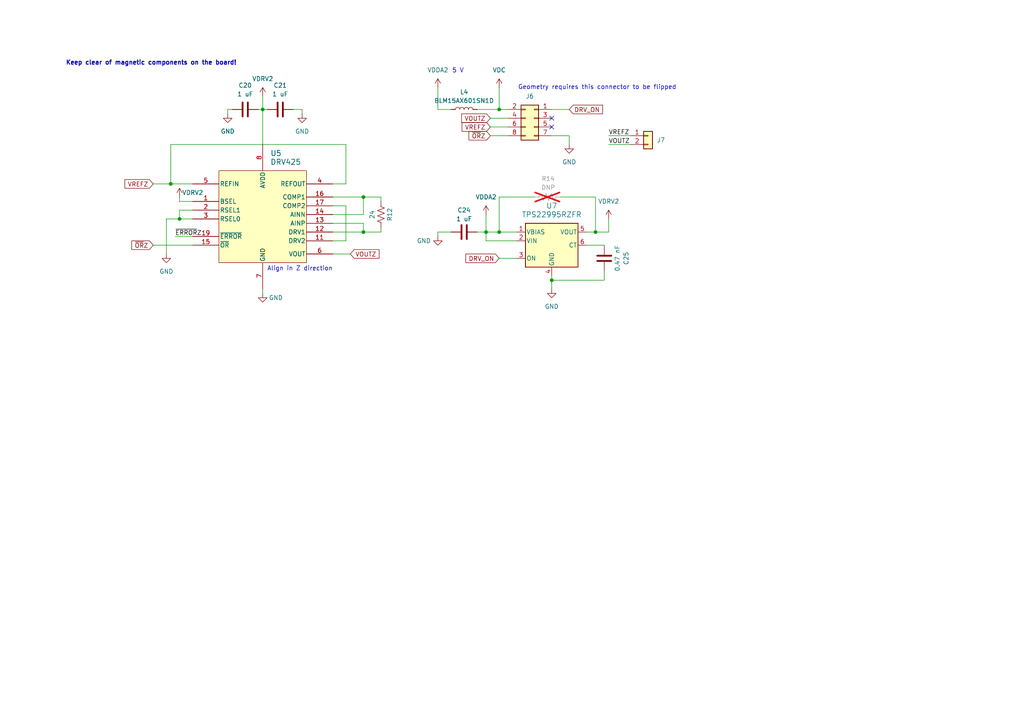
<source format=kicad_sch>
(kicad_sch (version 20231120) (generator "eeschema") (generator_version "8.0")
  (paper "A4")
  (lib_symbols
    (symbol "Connector_Generic:Conn_01x02" (pin_names (offset 1.016) hide)
      (property "Reference" "J" (at 0 2.54 0))
      (property "Value" "Conn_01x02" (at 0 -5.08 0))
      (symbol "Conn_01x02_1_1"
        (rectangle (start -1.27 -2.413) (end 0 -2.667) (stroke (width 0.1524)))
        (rectangle (start -1.27 0.127) (end 0 -0.127) (stroke (width 0.1524)))
        (rectangle (start -1.27 1.27) (end 1.27 -3.81) (stroke (width 0.254)) (fill (type background)))
        (pin passive line (at -5.08 0 0) (length 3.81) (name "Pin_1") (number "1"))
        (pin passive line (at -5.08 -2.54 0) (length 3.81) (name "Pin_2") (number "2"))
      )
    )
    (symbol "Connector_Generic:Conn_02x04_Odd_Even" (pin_names (offset 1.016) hide)
      (property "Reference" "J" (at 1.27 5.08 0))
      (property "Value" "Conn_02x04_Odd_Even" (at 1.27 -7.62 0))
      (symbol "Conn_02x04_Odd_Even_1_1"
        (rectangle (start -1.27 -4.953) (end 0 -5.207) (stroke (width 0.1524)))
        (rectangle (start -1.27 -2.413) (end 0 -2.667) (stroke (width 0.1524)))
        (rectangle (start -1.27 0.127) (end 0 -0.127) (stroke (width 0.1524)))
        (rectangle (start -1.27 2.667) (end 0 2.413) (stroke (width 0.1524)))
        (rectangle (start -1.27 3.81) (end 3.81 -6.35) (stroke (width 0.254)) (fill (type background)))
        (rectangle (start 3.81 -4.953) (end 2.54 -5.207) (stroke (width 0.1524)))
        (rectangle (start 3.81 -2.413) (end 2.54 -2.667) (stroke (width 0.1524)))
        (rectangle (start 3.81 0.127) (end 2.54 -0.127) (stroke (width 0.1524)))
        (rectangle (start 3.81 2.667) (end 2.54 2.413) (stroke (width 0.1524)))
        (pin passive line (at -5.08 2.54 0) (length 3.81) (name "Pin_1") (number "1"))
        (pin passive line (at 7.62 2.54 180) (length 3.81) (name "Pin_2") (number "2"))
        (pin passive line (at -5.08 0 0) (length 3.81) (name "Pin_3") (number "3"))
        (pin passive line (at 7.62 0 180) (length 3.81) (name "Pin_4") (number "4"))
        (pin passive line (at -5.08 -2.54 0) (length 3.81) (name "Pin_5") (number "5"))
        (pin passive line (at 7.62 -2.54 180) (length 3.81) (name "Pin_6") (number "6"))
        (pin passive line (at -5.08 -5.08 0) (length 3.81) (name "Pin_7") (number "7"))
        (pin passive line (at 7.62 -5.08 180) (length 3.81) (name "Pin_8") (number "8"))
      )
    )
    (symbol "Device:C" (pin_numbers hide) (pin_names (offset 0.254))
      (property "Reference" "C" (at 0.635 2.54 0))
      (property "Value" "C" (at 0.635 -2.54 0))
      (symbol "C_0_1"
        (polyline (pts (xy -2.032 -0.762) (xy 2.032 -0.762)) (stroke (width 0.508)))
        (polyline (pts (xy -2.032 0.762) (xy 2.032 0.762)) (stroke (width 0.508)))
      )
      (symbol "C_1_1"
        (pin passive line (at 0 3.81 270) (length 2.794) (name "~") (number "1"))
        (pin passive line (at 0 -3.81 90) (length 2.794) (name "~") (number "2"))
      )
    )
    (symbol "Device:L" (pin_numbers hide) (pin_names (offset 1.016) hide)
      (property "Reference" "L" (at -1.27 0 90))
      (property "Value" "L" (at 1.905 0 90))
      (symbol "L_0_1"
        (arc (start 0 -2.54) (mid 0.6323 -1.905) (end 0 -1.27))
        (arc (start 0 -1.27) (mid 0.6323 -0.635) (end 0 0))
        (arc (start 0 0) (mid 0.6323 0.635) (end 0 1.27))
        (arc (start 0 1.27) (mid 0.6323 1.905) (end 0 2.54))
      )
      (symbol "L_1_1"
        (pin passive line (at 0 3.81 270) (length 1.27) (name "1") (number "1"))
        (pin passive line (at 0 -3.81 90) (length 1.27) (name "2") (number "2"))
      )
    )
    (symbol "Device:R_US" (pin_numbers hide) (pin_names (offset 0))
      (property "Reference" "R" (at 2.54 0 90))
      (property "Value" "R_US" (at -2.54 0 90))
      (symbol "R_US_0_1"
        (polyline (pts (xy 0 -2.286) (xy 0 -2.54)))
        (polyline (pts (xy 0 2.286) (xy 0 2.54)))
        (polyline (pts (xy 0 -0.762) (xy 1.016 -1.143) (xy 0 -1.524) (xy -1.016 -1.905) (xy 0 -2.286)))
        (polyline (pts (xy 0 0.762) (xy 1.016 0.381) (xy 0 0) (xy -1.016 -0.381) (xy 0 -0.762)))
        (polyline (pts (xy 0 2.286) (xy 1.016 1.905) (xy 0 1.524) (xy -1.016 1.143) (xy 0 0.762)))
      )
      (symbol "R_US_1_1"
        (pin passive line (at 0 3.81 270) (length 1.27) (name "~") (number "1"))
        (pin passive line (at 0 -3.81 90) (length 1.27) (name "~") (number "2"))
      )
    )
    (symbol "flux_gate_symbols:DRV425" (pin_names (offset 0.254))
      (property "Reference" "U" (at 7.62 6.35 0))
      (property "Value" "DRV425" (at 21.59 -10.16 0))
      (symbol "DRV425_0_1"
        (pin input line (at 1.27 -5.08 0) (length 7.62) (name "BSEL") (number "1"))
        (pin output line (at 41.91 -16.51 180) (length 7.62) (name "DRV2") (number "11"))
        (pin output line (at 41.91 -13.97 180) (length 7.62) (name "DRV1") (number "12"))
        (pin input line (at 41.91 -11.43 180) (length 7.62) (name "AINP") (number "13"))
        (pin input line (at 41.91 -8.89 180) (length 7.62) (name "AINN") (number "14"))
        (pin input line (at 41.91 -3.81 180) (length 7.62) (name "COMP1") (number "16"))
        (pin input line (at 41.91 -6.35 180) (length 7.62) (name "COMP2") (number "17"))
        (pin input line (at 1.27 -7.62 0) (length 7.62) (name "RSEL1") (number "2"))
        (pin input line (at 1.27 -10.16 0) (length 7.62) (name "RSEL0") (number "3"))
        (pin output line (at 41.91 0 180) (length 7.62) (name "REFOUT") (number "4"))
        (pin input line (at 1.27 0 0) (length 7.62) (name "REFIN") (number "5"))
        (pin output line (at 41.91 -20.32 180) (length 7.62) (name "VOUT") (number "6"))
        (pin power_out line (at 21.59 -30.48 90) (length 7.62) (name "GND") (number "7"))
      )
      (symbol "DRV425_1_1"
        (rectangle (start 8.89 3.81) (end 34.29 -22.86) (fill (type background)))
        (pin power_out line (at 21.59 -30.48 90) (length 7.62) hide (name "GND") (number "10"))
        (pin output line (at 1.27 -17.78 0) (length 7.62) (name "~{OR}") (number "15"))
        (pin power_out line (at 21.59 -30.48 90) (length 7.62) hide (name "GND") (number "18"))
        (pin output line (at 1.27 -15.24 0) (length 7.62) (name "~{ERROR}") (number "19"))
        (pin power_out line (at 21.59 -30.48 90) (length 7.62) hide (name "GND") (number "20"))
        (pin power_out line (at 21.59 -30.48 90) (length 7.62) hide (name "GND") (number "21"))
        (pin power_in line (at 21.59 11.43 270) (length 7.62) (name "AVDD") (number "8"))
        (pin power_in line (at 21.59 11.43 270) (length 7.62) hide (name "AVDD") (number "9"))
      )
    )
    (symbol "flux_gate_symbols:TPS22995RZFR" (pin_names (offset 0.254))
      (property "Reference" "U" (at 0 11.176 0))
      (property "Value" "TPS22995RZFR" (at 0 8.636 0))
      (symbol "TPS22995RZFR_0_1"
        (rectangle (start -7.62 6.35) (end 7.62 -6.35) (stroke (width 0.254)) (fill (type background)))
      )
      (symbol "TPS22995RZFR_1_1"
        (pin power_in line (at -10.16 3.81 0) (length 2.54) (name "VBIAS") (number "1"))
        (pin power_in line (at -10.16 1.27 0) (length 2.54) (name "VIN") (number "2"))
        (pin input line (at -10.16 -3.81 0) (length 2.54) (name "ON") (number "3"))
        (pin power_in line (at 0 -8.89 90) (length 2.54) (name "GND") (number "4"))
        (pin power_out line (at 10.16 3.81 180) (length 2.54) (name "VOUT") (number "5"))
        (pin input line (at 10.16 0 180) (length 2.54) (name "CT") (number "6"))
      )
    )
    (symbol "power:GND" (power) (pin_names (offset 0))
      (property "Value" "GND" (at 0 -3.81 0))
      (symbol "GND_0_1"
        (polyline (pts (xy 0 0) (xy 0 -1.27) (xy 1.27 -1.27) (xy 0 -2.54) (xy -1.27 -1.27) (xy 0 -1.27)))
      )
      (symbol "GND_1_1"
        (pin power_in line (at 0 0 270) (length 0) hide (name "GND") (number "1"))
      )
    )
    (symbol "power:VDC" (power) (pin_numbers hide) (pin_names (offset 0) hide)
      (property "Value" "VDC" (at 0 3.556 0))
      (symbol "VDC_0_1"
        (polyline (pts (xy -0.762 1.27) (xy 0 2.54)))
        (polyline (pts (xy 0 0) (xy 0 2.54)))
        (polyline (pts (xy 0 2.54) (xy 0.762 1.27)))
      )
      (symbol "VDC_1_1"
        (pin power_in line (at 0 0 90) (length 0) (name "~") (number "1"))
      )
    )
    (symbol "power:VDDA" (power) (pin_names (offset 0))
      (property "Value" "VDDA" (at 0 3.81 0))
      (symbol "VDDA_0_1"
        (polyline (pts (xy -0.762 1.27) (xy 0 2.54)))
        (polyline (pts (xy 0 0) (xy 0 2.54)))
        (polyline (pts (xy 0 2.54) (xy 0.762 1.27)))
      )
      (symbol "VDDA_1_1"
        (pin power_in line (at 0 0 90) (length 0) hide (name "VDDA") (number "1"))
      )
    )
  )
  (junction (at 105.41 57.15))
  (junction (at 76.2 31.75))
  (junction (at 144.78 67.31))
  (junction (at 172.72 67.31))
  (junction (at 160.02 81.28))
  (junction (at 105.41 67.31))
  (junction (at 144.78 31.75))
  (junction (at 52.07 63.5))
  (junction (at 140.97 67.31))
  (junction (at 49.53 53.34))
  (no_connect (at 160.02 36.83))
  (no_connect (at 160.02 34.29))
  (wire (pts (xy 44.45 53.34) (xy 49.53 53.34)))
  (wire (pts (xy 142.24 39.37) (xy 147.32 39.37)))
  (wire (pts (xy 96.52 57.15) (xy 105.41 57.15)))
  (wire (pts (xy 175.26 78.74) (xy 175.26 81.28)))
  (wire (pts (xy 175.26 81.28) (xy 160.02 81.28)))
  (wire (pts (xy 138.43 67.31) (xy 140.97 67.31)))
  (wire (pts (xy 130.81 31.75) (xy 127 31.75)))
  (wire (pts (xy 105.41 62.23) (xy 105.41 57.15)))
  (wire (pts (xy 76.2 27.94) (xy 76.2 31.75)))
  (wire (pts (xy 160.02 39.37) (xy 165.1 39.37)))
  (wire (pts (xy 176.53 67.31) (xy 172.72 67.31)))
  (wire (pts (xy 170.18 71.12) (xy 175.26 71.12)))
  (wire (pts (xy 144.78 57.15) (xy 144.78 67.31)))
  (wire (pts (xy 49.53 53.34) (xy 55.88 53.34)))
  (wire (pts (xy 160.02 83.82) (xy 160.02 81.28)))
  (wire (pts (xy 44.45 71.12) (xy 55.88 71.12)))
  (wire (pts (xy 76.2 85.09) (xy 76.2 83.82)))
  (wire (pts (xy 105.41 64.77) (xy 105.41 67.31)))
  (wire (pts (xy 176.53 39.37) (xy 182.88 39.37)))
  (wire (pts (xy 144.78 67.31) (xy 140.97 67.31)))
  (wire (pts (xy 100.33 59.69) (xy 96.52 59.69)))
  (wire (pts (xy 85.09 31.75) (xy 87.63 31.75)))
  (wire (pts (xy 165.1 39.37) (xy 165.1 41.91)))
  (wire (pts (xy 142.24 34.29) (xy 147.32 34.29)))
  (wire (pts (xy 142.24 36.83) (xy 147.32 36.83)))
  (wire (pts (xy 96.52 67.31) (xy 105.41 67.31)))
  (wire (pts (xy 52.07 60.96) (xy 52.07 63.5)))
  (wire (pts (xy 76.2 31.75) (xy 76.2 41.91)))
  (wire (pts (xy 52.07 63.5) (xy 55.88 63.5)))
  (wire (pts (xy 160.02 81.28) (xy 160.02 80.01)))
  (wire (pts (xy 105.41 57.15) (xy 110.49 57.15)))
  (wire (pts (xy 96.52 69.85) (xy 100.33 69.85)))
  (wire (pts (xy 110.49 57.15) (xy 110.49 58.42)))
  (wire (pts (xy 110.49 66.04) (xy 110.49 67.31)))
  (wire (pts (xy 127 31.75) (xy 127 25.4)))
  (wire (pts (xy 52.07 58.42) (xy 52.07 57.15)))
  (wire (pts (xy 172.72 57.15) (xy 172.72 67.31)))
  (wire (pts (xy 49.53 41.91) (xy 100.33 41.91)))
  (wire (pts (xy 149.86 67.31) (xy 144.78 67.31)))
  (wire (pts (xy 48.26 73.66) (xy 48.26 63.5)))
  (wire (pts (xy 176.53 41.91) (xy 182.88 41.91)))
  (wire (pts (xy 77.47 31.75) (xy 76.2 31.75)))
  (wire (pts (xy 50.8 68.58) (xy 55.88 68.58)))
  (wire (pts (xy 48.26 63.5) (xy 52.07 63.5)))
  (wire (pts (xy 49.53 53.34) (xy 49.53 41.91)))
  (wire (pts (xy 130.81 67.31) (xy 127 67.31)))
  (wire (pts (xy 67.31 31.75) (xy 66.04 31.75)))
  (wire (pts (xy 149.86 69.85) (xy 140.97 69.85)))
  (wire (pts (xy 144.78 74.93) (xy 149.86 74.93)))
  (wire (pts (xy 165.1 31.75) (xy 160.02 31.75)))
  (wire (pts (xy 170.18 67.31) (xy 172.72 67.31)))
  (wire (pts (xy 55.88 58.42) (xy 52.07 58.42)))
  (wire (pts (xy 74.93 31.75) (xy 76.2 31.75)))
  (wire (pts (xy 55.88 60.96) (xy 52.07 60.96)))
  (wire (pts (xy 101.6 73.66) (xy 96.52 73.66)))
  (wire (pts (xy 140.97 62.23) (xy 140.97 67.31)))
  (wire (pts (xy 66.04 31.75) (xy 66.04 33.02)))
  (wire (pts (xy 96.52 64.77) (xy 105.41 64.77)))
  (wire (pts (xy 140.97 67.31) (xy 140.97 69.85)))
  (wire (pts (xy 144.78 31.75) (xy 147.32 31.75)))
  (wire (pts (xy 105.41 67.31) (xy 110.49 67.31)))
  (wire (pts (xy 138.43 31.75) (xy 144.78 31.75)))
  (wire (pts (xy 100.33 69.85) (xy 100.33 59.69)))
  (wire (pts (xy 96.52 62.23) (xy 105.41 62.23)))
  (wire (pts (xy 87.63 31.75) (xy 87.63 33.02)))
  (wire (pts (xy 100.33 53.34) (xy 96.52 53.34)))
  (wire (pts (xy 127 67.31) (xy 127 68.58)))
  (wire (pts (xy 144.78 25.4) (xy 144.78 31.75)))
  (wire (pts (xy 162.56 57.15) (xy 172.72 57.15)))
  (wire (pts (xy 100.33 41.91) (xy 100.33 53.34)))
  (wire (pts (xy 154.94 57.15) (xy 144.78 57.15)))
  (wire (pts (xy 176.53 63.5) (xy 176.53 67.31)))
  (text "Keep clear of magnetic components on the board!" (at 19.05 19.05 0) (effects (font (size 1.27 1.27) (thickness 0.254) (bold yes)) (justify left bottom)))
  (text "Geometry requires this connector to be flipped" (at 173.228 25.4 0) (effects (font (size 1.27 1.27))))
  (text "5 V" (at 132.842 20.574 0) (effects (font (size 1.27 1.27))))
  (text "Align in Z direction" (at 77.47 78.74 0) (effects (font (size 1.27 1.27)) (justify left bottom)))
  (label "VREFZ" (at 176.53 39.37 0))
  (label "~{ERROR}Z" (at 50.8 68.58 0))
  (label "VOUTZ" (at 176.53 41.91 0))
  (global_label "VOUTZ" (shape input) (at 142.24 34.29 180) (property "Intersheetrefs" "${INTERSHEET_REFS}" (effects (hide yes))))
  (global_label "DRV_ON" (shape input) (at 165.1 31.75 0) (property "Intersheetrefs" "${INTERSHEET_REFS}" (effects (hide yes))))
  (global_label "~{OR}Z" (shape input) (at 142.24 39.37 180) (property "Intersheetrefs" "${INTERSHEET_REFS}" (effects (hide yes))))
  (global_label "VREFZ" (shape input) (at 142.24 36.83 180) (property "Intersheetrefs" "${INTERSHEET_REFS}" (effects (hide yes))))
  (global_label "DRV_ON" (shape input) (at 144.78 74.93 180) (property "Intersheetrefs" "${INTERSHEET_REFS}" (effects (hide yes))))
  (global_label "VREFZ" (shape input) (at 44.45 53.34 180) (property "Intersheetrefs" "${INTERSHEET_REFS}" (effects (hide yes))))
  (global_label "~{OR}Z" (shape input) (at 44.45 71.12 180) (property "Intersheetrefs" "${INTERSHEET_REFS}" (effects (hide yes))))
  (global_label "VOUTZ" (shape input) (at 101.6 73.66 0) (property "Intersheetrefs" "${INTERSHEET_REFS}" (effects (hide yes))))
  (symbol (lib_id "power:VDC") (at 144.78 25.4 0) (unit 1)
    (property "Reference" "#PWR048" (effects (hide yes)))
    (property "Value" "VDC" (at 144.78 20.32 0))
    (property "Description" "Power symbol creates a global label with name \"VDC\"" (effects (hide yes)))
  )
  (symbol (lib_id "Device:L") (at 134.62 31.75 90) (unit 1)
    (property "Reference" "L4" (at 134.62 26.67 90))
    (property "Value" "BLM15AX601SN1D" (at 134.62 29.21 90))
    (property "Footprint" "Inductor_SMD:L_0402_1005Metric" (effects (hide yes)))
    (property "Digikey" "490-5441-1-ND" (effects (hide yes)))
  )
  (symbol (lib_id "Device:R_US") (at 158.75 57.15 90) (unit 1) (dnp yes)
    (property "Reference" "R14" (at 159.004 51.816 90))
    (property "Value" "DNP" (at 159.004 54.356 90))
    (property "Footprint" "Resistor_SMD:R_0402_1005Metric" (effects (hide yes)))
    (property "Description" "Resistor, US symbol" (effects (hide yes)))
  )
  (symbol (lib_id "power:GND") (at 165.1 41.91 0) (unit 1)
    (property "Reference" "#PWR049" (effects (hide yes)))
    (property "Value" "GND" (at 165.1 46.99 0))
  )
  (symbol (lib_id "power:VDDA") (at 52.07 57.15 0) (unit 1)
    (property "Reference" "#PWR042" (effects (hide yes)))
    (property "Value" "VDRV2" (at 55.88 55.88 0))
  )
  (symbol (lib_id "power:VDDA") (at 140.97 62.23 0) (mirror y) (unit 1)
    (property "Reference" "#PWR055" (effects (hide yes)))
    (property "Value" "VDDA2" (at 140.97 57.15 0))
  )
  (symbol (lib_id "Device:C") (at 81.28 31.75 270) (mirror x) (unit 1)
    (property "Reference" "C21" (at 81.28 24.765 90))
    (property "Value" "1 uF" (at 81.28 27.305 90))
    (property "Footprint" "Capacitor_SMD:C_0402_1005Metric" (effects (hide yes)))
    (property "DigikeyLink" "https://www.digikey.com/en/products/detail/murata-electronics/GRT188R61E106ME13D/5416745" (effects (hide yes)))
    (property "Digikey" "490-10018-1-ND" (effects (hide yes)))
  )
  (symbol (lib_id "Device:C") (at 71.12 31.75 90) (unit 1)
    (property "Reference" "C20" (at 71.12 24.765 90))
    (property "Value" "1 uF" (at 71.12 27.305 90))
    (property "Footprint" "Capacitor_SMD:C_0402_1005Metric" (effects (hide yes)))
    (property "DigikeyLink" "https://www.digikey.com/en/products/detail/murata-electronics/GRT188R61E106ME13D/5416745" (effects (hide yes)))
    (property "Digikey" "490-10018-1-ND" (effects (hide yes)))
  )
  (symbol (lib_id "Connector_Generic:Conn_01x02") (at 187.96 39.37 0) (unit 1)
    (property "Reference" "J7" (at 190.5 40.64 0) (effects (justify left)))
    (property "Value" "Conn_01x02" (effects (hide yes)))
    (property "Footprint" "TestPoint:TestPoint_2Pads_Pitch2.54mm_Drill0.8mm" (effects (hide yes)))
  )
  (symbol (lib_id "power:GND") (at 127 68.58 0) (unit 1)
    (property "Reference" "#PWR054" (effects (hide yes)))
    (property "Value" "GND" (at 122.936 69.85 0))
  )
  (symbol (lib_id "Connector_Generic:Conn_02x04_Odd_Even") (at 154.94 34.29 0) (mirror y) (unit 1)
    (property "Reference" "J6" (at 153.67 27.94 0))
    (property "Value" "Conn_02x04_Odd_Even" (effects (hide yes)))
    (property "Footprint" "Connector_PinHeader_2.00mm:PinHeader_2x04_P2.00mm_Vertical" (effects (hide yes)))
    (property "Digikey" "609-2574-ND" (effects (hide yes)))
  )
  (symbol (lib_id "power:GND") (at 76.2 85.09 0) (unit 1)
    (property "Reference" "#PWR045" (effects (hide yes)))
    (property "Value" "GND" (at 80.01 86.36 0))
  )
  (symbol (lib_id "Device:C") (at 134.62 67.31 270) (unit 1)
    (property "Reference" "C24" (at 134.62 60.96 90))
    (property "Value" "1 uF" (at 134.62 63.5 90))
    (property "Footprint" "Capacitor_SMD:C_0402_1005Metric" (effects (hide yes)))
    (property "DigikeyLink" "https://www.digikey.com/en/products/detail/murata-electronics/GRT188R61E106ME13D/5416745" (effects (hide yes)))
    (property "Digikey" "490-10018-1-ND" (effects (hide yes)))
  )
  (symbol (lib_id "power:VDDA") (at 127 25.4 0) (unit 1)
    (property "Reference" "#PWR047" (effects (hide yes)))
    (property "Value" "VDDA2" (at 127 20.32 0))
  )
  (symbol (lib_id "power:VDDA") (at 76.2 27.94 0) (unit 1)
    (property "Reference" "#PWR044" (effects (hide yes)))
    (property "Value" "VDRV2" (at 76.2 22.86 0))
  )
  (symbol (lib_id "power:VDDA") (at 176.53 63.5 0) (mirror y) (unit 1)
    (property "Reference" "#PWR057" (effects (hide yes)))
    (property "Value" "VDRV2" (at 176.53 58.42 0))
  )
  (symbol (lib_id "power:GND") (at 48.26 73.66 0) (unit 1)
    (property "Reference" "#PWR041" (effects (hide yes)))
    (property "Value" "GND" (at 48.26 78.74 0))
  )
  (symbol (lib_id "power:GND") (at 66.04 33.02 0) (unit 1)
    (property "Reference" "#PWR043" (effects (hide yes)))
    (property "Value" "GND" (at 66.04 38.1 0))
  )
  (symbol (lib_id "flux_gate_symbols:TPS22995RZFR") (at 160.02 71.12 0) (unit 1)
    (property "Reference" "U7" (at 160.02 59.69 0) (effects (font (size 1.524 1.524))))
    (property "Value" "TPS22995RZFR" (at 160.02 62.23 0) (effects (font (size 1.524 1.524))))
    (property "Footprint" "flux_gate_footprints:WQFN6_RZF_TEX" (effects (hide yes)))
  )
  (symbol (lib_id "Device:R_US") (at 110.49 62.23 180) (unit 1)
    (property "Reference" "R12" (at 113.03 62.23 90))
    (property "Value" "24" (at 107.95 62.23 90))
    (property "Footprint" "Resistor_SMD:R_0805_2012Metric" (effects (hide yes)))
    (property "Digikey" "13-RT0805BRD0724RLCT-ND" (effects (hide yes)))
  )
  (symbol (lib_id "power:GND") (at 87.63 33.02 0) (mirror y) (unit 1)
    (property "Reference" "#PWR046" (effects (hide yes)))
    (property "Value" "GND" (at 87.63 38.1 0))
  )
  (symbol (lib_id "flux_gate_symbols:DRV425") (at 54.61 53.34 0) (unit 1)
    (property "Reference" "U5" (at 78.3941 44.45 0) (effects (font (size 1.524 1.524)) (justify left)))
    (property "Value" "DRV425" (at 78.3941 46.99 0) (effects (font (size 1.524 1.524)) (justify left)))
    (property "Footprint" "WQFN20_RTJ_TEX" (effects (hide yes)))
    (property "DigikeyLink" "https://www.digikey.com/en/products/detail/texas-instruments/DRV425QWRTJRQ1/10715363" (effects (hide yes)))
    (property "Digikey" "296-DRV425QWRTJRQ1CT-ND" (effects (hide yes)))
  )
  (symbol (lib_id "power:GND") (at 160.02 83.82 0) (unit 1)
    (property "Reference" "#PWR056" (effects (hide yes)))
    (property "Value" "GND" (at 160.02 88.9 0))
  )
  (symbol (lib_id "Device:C") (at 175.26 74.93 180) (unit 1)
    (property "Reference" "C25" (at 181.61 74.93 90))
    (property "Value" "0.47 nF" (at 179.07 74.93 90))
    (property "Footprint" "Capacitor_SMD:C_0402_1005Metric" (effects (hide yes)))
    (property "DigikeyLink" "https://www.digikey.com/en/products/detail/murata-electronics/GRT188R61E106ME13D/5416745" (effects (hide yes)))
    (property "Digikey" "490-1297-1-ND" (effects (hide yes)))
  )
)
</source>
